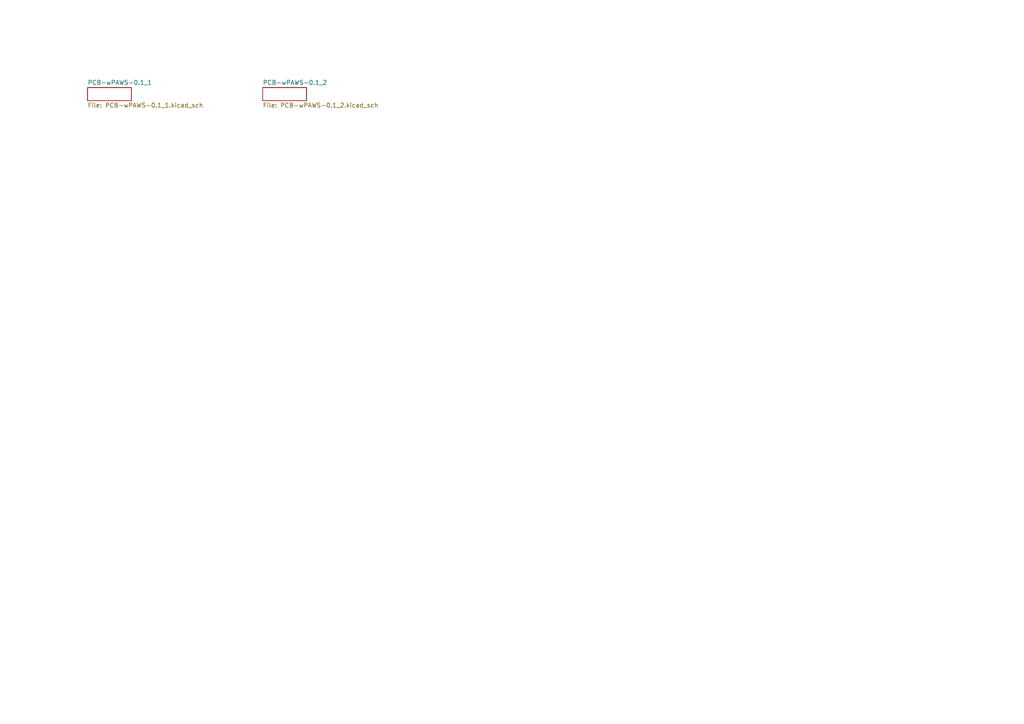
<source format=kicad_sch>
(kicad_sch
	(version 20250114)
	(generator "eeschema")
	(generator_version "9.0")
	(uuid "4b9eb203-c522-4bcd-b49f-ea0ba7e9605b")
	(paper "A4")
	(lib_symbols)
	(sheet
		(at 25.4 25.4)
		(size 12.7 3.81)
		(exclude_from_sim no)
		(in_bom yes)
		(on_board yes)
		(dnp no)
		(fields_autoplaced yes)
		(stroke
			(width 0)
			(type solid)
		)
		(fill
			(color 0 0 0 0.0000)
		)
		(uuid "b17dd18a-ed33-405e-872e-fd35ce0a1a29")
		(property "Sheetname" "PCB-wPAWS-0.1_1"
			(at 25.4 24.6884 0)
			(effects
				(font
					(size 1.27 1.27)
				)
				(justify left bottom)
			)
		)
		(property "Sheetfile" "PCB-wPAWS-0.1_1.kicad_sch"
			(at 25.4 29.7946 0)
			(effects
				(font
					(size 1.27 1.27)
				)
				(justify left top)
			)
		)
		(instances
			(project "PCB-wPAWS-0.1"
				(path "/4b9eb203-c522-4bcd-b49f-ea0ba7e9605b"
					(page "1")
				)
			)
		)
	)
	(sheet
		(at 76.2 25.4)
		(size 12.7 3.81)
		(exclude_from_sim no)
		(in_bom yes)
		(on_board yes)
		(dnp no)
		(fields_autoplaced yes)
		(stroke
			(width 0)
			(type solid)
		)
		(fill
			(color 0 0 0 0.0000)
		)
		(uuid "bdf89d51-9db6-43f4-9a8a-d78291ae957a")
		(property "Sheetname" "PCB-wPAWS-0.1_2"
			(at 76.2 24.6884 0)
			(effects
				(font
					(size 1.27 1.27)
				)
				(justify left bottom)
			)
		)
		(property "Sheetfile" "PCB-wPAWS-0.1_2.kicad_sch"
			(at 76.2 29.7946 0)
			(effects
				(font
					(size 1.27 1.27)
				)
				(justify left top)
			)
		)
		(instances
			(project "PCB-wPAWS-0.1"
				(path "/4b9eb203-c522-4bcd-b49f-ea0ba7e9605b"
					(page "2")
				)
			)
		)
	)
	(sheet_instances
		(path "/"
			(page "1")
		)
	)
	(embedded_fonts no)
)

</source>
